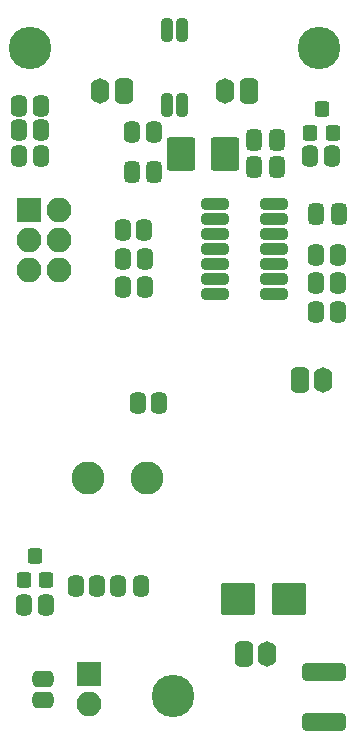
<source format=gbr>
%TF.GenerationSoftware,KiCad,Pcbnew,7.0.5-7.0.5~ubuntu20.04.1*%
%TF.CreationDate,2023-06-23T07:32:12+02:00*%
%TF.ProjectId,ModuleV440,4d6f6475-6c65-4563-9434-302e6b696361,rev?*%
%TF.SameCoordinates,Original*%
%TF.FileFunction,Soldermask,Top*%
%TF.FilePolarity,Negative*%
%FSLAX46Y46*%
G04 Gerber Fmt 4.6, Leading zero omitted, Abs format (unit mm)*
G04 Created by KiCad (PCBNEW 7.0.5-7.0.5~ubuntu20.04.1) date 2023-06-23 07:32:12*
%MOMM*%
%LPD*%
G01*
G04 APERTURE LIST*
G04 Aperture macros list*
%AMRoundRect*
0 Rectangle with rounded corners*
0 $1 Rounding radius*
0 $2 $3 $4 $5 $6 $7 $8 $9 X,Y pos of 4 corners*
0 Add a 4 corners polygon primitive as box body*
4,1,4,$2,$3,$4,$5,$6,$7,$8,$9,$2,$3,0*
0 Add four circle primitives for the rounded corners*
1,1,$1+$1,$2,$3*
1,1,$1+$1,$4,$5*
1,1,$1+$1,$6,$7*
1,1,$1+$1,$8,$9*
0 Add four rect primitives between the rounded corners*
20,1,$1+$1,$2,$3,$4,$5,0*
20,1,$1+$1,$4,$5,$6,$7,0*
20,1,$1+$1,$6,$7,$8,$9,0*
20,1,$1+$1,$8,$9,$2,$3,0*%
G04 Aperture macros list end*
%ADD10RoundRect,0.350000X0.150000X-0.662500X0.150000X0.662500X-0.150000X0.662500X-0.150000X-0.662500X0*%
%ADD11RoundRect,0.450000X0.350000X0.625000X-0.350000X0.625000X-0.350000X-0.625000X0.350000X-0.625000X0*%
%ADD12O,1.600000X2.150000*%
%ADD13C,3.600000*%
%ADD14RoundRect,0.450000X0.262500X0.450000X-0.262500X0.450000X-0.262500X-0.450000X0.262500X-0.450000X0*%
%ADD15RoundRect,0.450000X-0.350000X-0.625000X0.350000X-0.625000X0.350000X0.625000X-0.350000X0.625000X0*%
%ADD16RoundRect,0.200000X0.400000X-0.450000X0.400000X0.450000X-0.400000X0.450000X-0.400000X-0.450000X0*%
%ADD17RoundRect,0.443750X-0.243750X-0.456250X0.243750X-0.456250X0.243750X0.456250X-0.243750X0.456250X0*%
%ADD18RoundRect,0.350000X-0.825000X-0.150000X0.825000X-0.150000X0.825000X0.150000X-0.825000X0.150000X0*%
%ADD19RoundRect,0.450000X-0.262500X-0.450000X0.262500X-0.450000X0.262500X0.450000X-0.262500X0.450000X0*%
%ADD20RoundRect,0.450000X-0.250000X-0.475000X0.250000X-0.475000X0.250000X0.475000X-0.250000X0.475000X0*%
%ADD21RoundRect,0.450000X0.250000X0.475000X-0.250000X0.475000X-0.250000X-0.475000X0.250000X-0.475000X0*%
%ADD22RoundRect,0.450000X-1.450000X0.312500X-1.450000X-0.312500X1.450000X-0.312500X1.450000X0.312500X0*%
%ADD23RoundRect,0.450000X0.450000X-0.262500X0.450000X0.262500X-0.450000X0.262500X-0.450000X-0.262500X0*%
%ADD24RoundRect,0.200000X1.250000X1.150000X-1.250000X1.150000X-1.250000X-1.150000X1.250000X-1.150000X0*%
%ADD25RoundRect,0.200000X-0.850000X-0.850000X0.850000X-0.850000X0.850000X0.850000X-0.850000X0.850000X0*%
%ADD26O,2.100000X2.100000*%
%ADD27RoundRect,0.200000X-1.000000X-1.200000X1.000000X-1.200000X1.000000X1.200000X-1.000000X1.200000X0*%
%ADD28C,2.800000*%
G04 APERTURE END LIST*
D10*
%TO.C,U1*%
X14390000Y53762500D03*
X15660000Y53762500D03*
X15660000Y60137500D03*
X14390000Y60137500D03*
%TD*%
D11*
%TO.C,RX1*%
X10700000Y54950000D03*
D12*
X8700000Y54950000D03*
%TD*%
D13*
%TO.C,REF\u002A\u002A*%
X2750000Y58600000D03*
%TD*%
%TO.C,REF\u002A\u002A*%
X27250000Y58600000D03*
%TD*%
D14*
%TO.C,R16*%
X3662500Y53650000D03*
X1837500Y53650000D03*
%TD*%
%TO.C,R19*%
X13712500Y28500000D03*
X11887500Y28500000D03*
%TD*%
D15*
%TO.C,EXTTEMP1*%
X25600000Y30450000D03*
D12*
X27600000Y30450000D03*
%TD*%
D11*
%TO.C,TX1*%
X21300000Y54950000D03*
D12*
X19300000Y54950000D03*
%TD*%
D16*
%TO.C,Q1*%
X2225000Y13550000D03*
X4125000Y13550000D03*
X3175000Y15550000D03*
%TD*%
D17*
%TO.C,D4*%
X1837500Y49450000D03*
X3712500Y49450000D03*
%TD*%
%TO.C,D3*%
X10262500Y13035000D03*
X12137500Y13035000D03*
%TD*%
D18*
%TO.C,ATTINY841*%
X18475000Y45410000D03*
X18475000Y44140000D03*
X18475000Y42870000D03*
X18475000Y41600000D03*
X18475000Y40330000D03*
X18475000Y39060000D03*
X18475000Y37790000D03*
X23425000Y37790000D03*
X23425000Y39060000D03*
X23425000Y40330000D03*
X23425000Y41600000D03*
X23425000Y42870000D03*
X23425000Y44140000D03*
X23425000Y45410000D03*
%TD*%
D19*
%TO.C,R21*%
X27012500Y36275000D03*
X28837500Y36275000D03*
%TD*%
%TO.C,R17*%
X6637500Y13080000D03*
X8462500Y13080000D03*
%TD*%
D14*
%TO.C,R18*%
X3662500Y51625000D03*
X1837500Y51625000D03*
%TD*%
D19*
%TO.C,R5*%
X11412500Y51500000D03*
X13237500Y51500000D03*
%TD*%
%TO.C,R20*%
X27012500Y38675000D03*
X28837500Y38675000D03*
%TD*%
D16*
%TO.C,D1*%
X26510000Y51410000D03*
X28410000Y51410000D03*
X27460000Y53410000D03*
%TD*%
D20*
%TO.C,C4*%
X21775000Y50775000D03*
X23675000Y50775000D03*
%TD*%
D21*
%TO.C,C5*%
X13295000Y48110000D03*
X11395000Y48110000D03*
%TD*%
D20*
%TO.C,C1*%
X21760000Y48540000D03*
X23660000Y48540000D03*
%TD*%
D19*
%TO.C,R14*%
X27012500Y41075000D03*
X28837500Y41075000D03*
%TD*%
%TO.C,R4*%
X10662500Y38325000D03*
X12487500Y38325000D03*
%TD*%
%TO.C,R2*%
X26507500Y49460000D03*
X28332500Y49460000D03*
%TD*%
%TO.C,R3*%
X10662500Y40725000D03*
X12487500Y40725000D03*
%TD*%
%TO.C,R1*%
X10637500Y43210000D03*
X12462500Y43210000D03*
%TD*%
D22*
%TO.C,F1*%
X27650000Y5787500D03*
X27650000Y1512500D03*
%TD*%
D19*
%TO.C,R15*%
X2287500Y11450000D03*
X4112500Y11450000D03*
%TD*%
D20*
%TO.C,C2*%
X26995000Y44500000D03*
X28895000Y44500000D03*
%TD*%
D23*
%TO.C,R23*%
X3870000Y3367500D03*
X3870000Y5192500D03*
%TD*%
D24*
%TO.C,D2*%
X24700000Y11950000D03*
X20400000Y11950000D03*
%TD*%
D25*
%TO.C,REMOTE1*%
X7750000Y5575000D03*
D26*
X7750000Y3035000D03*
%TD*%
D15*
%TO.C,POWER1*%
X20850000Y7300000D03*
D12*
X22850000Y7300000D03*
%TD*%
D13*
%TO.C,REF\u002A\u002A*%
X14840000Y3700000D03*
%TD*%
D25*
%TO.C,J2*%
X2725000Y44875000D03*
D26*
X5265000Y44875000D03*
X2725000Y42335000D03*
X5265000Y42335000D03*
X2725000Y39795000D03*
X5265000Y39795000D03*
%TD*%
D27*
%TO.C,Y1*%
X15570000Y49595000D03*
X19270000Y49595000D03*
%TD*%
D28*
%TO.C,R30*%
X12660000Y22225000D03*
X7660000Y22225000D03*
%TD*%
M02*

</source>
